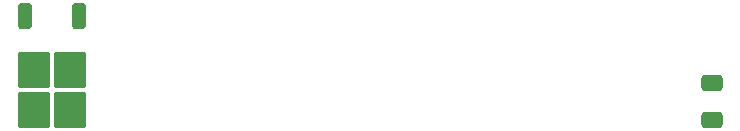
<source format=gbr>
%TF.GenerationSoftware,KiCad,Pcbnew,9.0.0*%
%TF.CreationDate,2025-05-11T09:44:17-05:00*%
%TF.ProjectId,Watch Winder,57617463-6820-4576-996e-6465722e6b69,rev?*%
%TF.SameCoordinates,Original*%
%TF.FileFunction,Paste,Bot*%
%TF.FilePolarity,Positive*%
%FSLAX46Y46*%
G04 Gerber Fmt 4.6, Leading zero omitted, Abs format (unit mm)*
G04 Created by KiCad (PCBNEW 9.0.0) date 2025-05-11 09:44:17*
%MOMM*%
%LPD*%
G01*
G04 APERTURE LIST*
G04 Aperture macros list*
%AMRoundRect*
0 Rectangle with rounded corners*
0 $1 Rounding radius*
0 $2 $3 $4 $5 $6 $7 $8 $9 X,Y pos of 4 corners*
0 Add a 4 corners polygon primitive as box body*
4,1,4,$2,$3,$4,$5,$6,$7,$8,$9,$2,$3,0*
0 Add four circle primitives for the rounded corners*
1,1,$1+$1,$2,$3*
1,1,$1+$1,$4,$5*
1,1,$1+$1,$6,$7*
1,1,$1+$1,$8,$9*
0 Add four rect primitives between the rounded corners*
20,1,$1+$1,$2,$3,$4,$5,0*
20,1,$1+$1,$4,$5,$6,$7,0*
20,1,$1+$1,$6,$7,$8,$9,0*
20,1,$1+$1,$8,$9,$2,$3,0*%
G04 Aperture macros list end*
%ADD10RoundRect,0.250000X-0.350000X0.850000X-0.350000X-0.850000X0.350000X-0.850000X0.350000X0.850000X0*%
%ADD11RoundRect,0.250000X-1.125000X1.275000X-1.125000X-1.275000X1.125000X-1.275000X1.125000X1.275000X0*%
%ADD12RoundRect,0.250000X0.650000X-0.412500X0.650000X0.412500X-0.650000X0.412500X-0.650000X-0.412500X0*%
G04 APERTURE END LIST*
D10*
%TO.C,U1*%
X117100000Y-65445000D03*
D11*
X120905000Y-70070000D03*
X117855000Y-70070000D03*
X120905000Y-73420000D03*
X117855000Y-73420000D03*
D10*
X121660000Y-65445000D03*
%TD*%
D12*
%TO.C,C3*%
X175260000Y-74245000D03*
X175260000Y-71120000D03*
%TD*%
M02*

</source>
